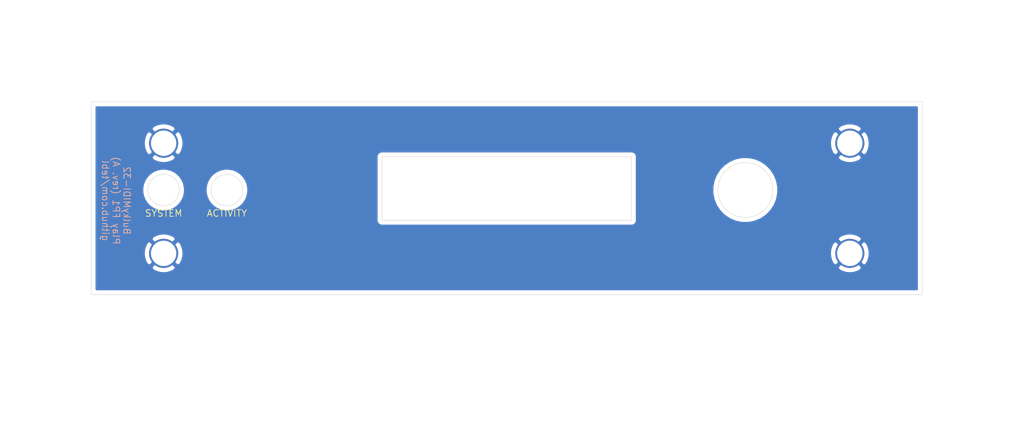
<source format=kicad_pcb>
(kicad_pcb (version 20171130) (host pcbnew "(5.1.8)-1")

  (general
    (thickness 1.6)
    (drawings 14)
    (tracks 0)
    (zones 0)
    (modules 4)
    (nets 2)
  )

  (page A4)
  (layers
    (0 F.Cu signal)
    (31 B.Cu signal)
    (32 B.Adhes user)
    (33 F.Adhes user)
    (34 B.Paste user)
    (35 F.Paste user)
    (36 B.SilkS user)
    (37 F.SilkS user)
    (38 B.Mask user)
    (39 F.Mask user)
    (40 Dwgs.User user)
    (41 Cmts.User user)
    (42 Eco1.User user)
    (43 Eco2.User user)
    (44 Edge.Cuts user)
    (45 Margin user)
    (46 B.CrtYd user)
    (47 F.CrtYd user)
    (48 B.Fab user hide)
    (49 F.Fab user)
  )

  (setup
    (last_trace_width 0.25)
    (trace_clearance 0.2)
    (zone_clearance 0.508)
    (zone_45_only no)
    (trace_min 0.2)
    (via_size 0.8)
    (via_drill 0.4)
    (via_min_size 0.4)
    (via_min_drill 0.3)
    (uvia_size 0.3)
    (uvia_drill 0.1)
    (uvias_allowed no)
    (uvia_min_size 0.2)
    (uvia_min_drill 0.1)
    (edge_width 0.05)
    (segment_width 0.2)
    (pcb_text_width 0.3)
    (pcb_text_size 1.5 1.5)
    (mod_edge_width 0.12)
    (mod_text_size 1 1)
    (mod_text_width 0.15)
    (pad_size 1.524 1.524)
    (pad_drill 0.762)
    (pad_to_mask_clearance 0)
    (aux_axis_origin 0 0)
    (grid_origin 141.09 121.579)
    (visible_elements 7FFFFFFF)
    (pcbplotparams
      (layerselection 0x011fc_ffffffff)
      (usegerberextensions true)
      (usegerberattributes false)
      (usegerberadvancedattributes false)
      (creategerberjobfile false)
      (excludeedgelayer true)
      (linewidth 0.100000)
      (plotframeref false)
      (viasonmask false)
      (mode 1)
      (useauxorigin false)
      (hpglpennumber 1)
      (hpglpenspeed 20)
      (hpglpendiameter 15.000000)
      (psnegative false)
      (psa4output false)
      (plotreference true)
      (plotvalue true)
      (plotinvisibletext false)
      (padsonsilk false)
      (subtractmaskfromsilk false)
      (outputformat 1)
      (mirror false)
      (drillshape 0)
      (scaleselection 1)
      (outputdirectory "export/"))
  )

  (net 0 "")
  (net 1 GND)

  (net_class Default "This is the default net class."
    (clearance 0.2)
    (trace_width 0.25)
    (via_dia 0.8)
    (via_drill 0.4)
    (uvia_dia 0.3)
    (uvia_drill 0.1)
  )

  (net_class PWR ""
    (clearance 0.2)
    (trace_width 0.381)
    (via_dia 0.8)
    (via_drill 0.4)
    (uvia_dia 0.3)
    (uvia_drill 0.1)
    (add_net GND)
  )

  (module mounting:M3_pin (layer F.Cu) (tedit 5F76331A) (tstamp 6282A424)
    (at 99.815 129.199)
    (descr "module 1 pin (ou trou mecanique de percage)")
    (tags DEV)
    (path /6282631C)
    (fp_text reference M1 (at 3.048 0) (layer F.Fab) hide
      (effects (font (size 1 1) (thickness 0.15)))
    )
    (fp_text value Mounting_Pin (at 0 3) (layer F.Fab) hide
      (effects (font (size 1 1) (thickness 0.15)))
    )
    (fp_circle (center 0 0) (end 2.6 0) (layer F.CrtYd) (width 0.05))
    (fp_circle (center 0 0) (end 2 0.8) (layer F.Fab) (width 0.1))
    (pad 1 thru_hole circle (at 0 0) (size 3.5 3.5) (drill 3.048) (layers *.Cu *.Mask)
      (net 1 GND) (solder_mask_margin 0.8))
  )

  (module mounting:M3_pin (layer F.Cu) (tedit 5F76331A) (tstamp 6282A42B)
    (at 182.365 129.199)
    (descr "module 1 pin (ou trou mecanique de percage)")
    (tags DEV)
    (path /62826824)
    (fp_text reference M2 (at 0 -3.048) (layer F.Fab) hide
      (effects (font (size 1 1) (thickness 0.15)))
    )
    (fp_text value Mounting_Pin (at 0 3) (layer F.Fab) hide
      (effects (font (size 1 1) (thickness 0.15)))
    )
    (fp_circle (center 0 0) (end 2 0.8) (layer F.Fab) (width 0.1))
    (fp_circle (center 0 0) (end 2.6 0) (layer F.CrtYd) (width 0.05))
    (pad 1 thru_hole circle (at 0 0) (size 3.5 3.5) (drill 3.048) (layers *.Cu *.Mask)
      (net 1 GND) (solder_mask_margin 0.8))
  )

  (module mounting:M3_pin (layer F.Cu) (tedit 5F76331A) (tstamp 6282A432)
    (at 182.365 115.949)
    (descr "module 1 pin (ou trou mecanique de percage)")
    (tags DEV)
    (path /62826D8F)
    (fp_text reference M3 (at 0 -3.048) (layer F.Fab) hide
      (effects (font (size 1 1) (thickness 0.15)))
    )
    (fp_text value Mounting_Pin (at 0 3) (layer F.Fab) hide
      (effects (font (size 1 1) (thickness 0.15)))
    )
    (fp_circle (center 0 0) (end 2.6 0) (layer F.CrtYd) (width 0.05))
    (fp_circle (center 0 0) (end 2 0.8) (layer F.Fab) (width 0.1))
    (pad 1 thru_hole circle (at 0 0) (size 3.5 3.5) (drill 3.048) (layers *.Cu *.Mask)
      (net 1 GND) (solder_mask_margin 0.8))
  )

  (module mounting:M3_pin (layer F.Cu) (tedit 5F76331A) (tstamp 6282A439)
    (at 99.815 115.949)
    (descr "module 1 pin (ou trou mecanique de percage)")
    (tags DEV)
    (path /62827110)
    (fp_text reference M4 (at 0 -3.048) (layer F.Fab) hide
      (effects (font (size 1 1) (thickness 0.15)))
    )
    (fp_text value Mounting_Pin (at 0 3) (layer F.Fab) hide
      (effects (font (size 1 1) (thickness 0.15)))
    )
    (fp_circle (center 0 0) (end 2 0.8) (layer F.Fab) (width 0.1))
    (fp_circle (center 0 0) (end 2.6 0) (layer F.CrtYd) (width 0.05))
    (pad 1 thru_hole circle (at 0 0) (size 3.5 3.5) (drill 3.048) (layers *.Cu *.Mask)
      (net 1 GND) (solder_mask_margin 0.8))
  )

  (gr_line (start 126.0913 125.2112) (end 126.0913 117.5912) (layer Edge.Cuts) (width 0.05) (tstamp 6292298E))
  (gr_line (start 156.0887 125.2112) (end 126.0913 125.2112) (layer Edge.Cuts) (width 0.05))
  (gr_line (start 156.0887 117.5912) (end 156.0887 125.2112) (layer Edge.Cuts) (width 0.05))
  (gr_line (start 126.0913 117.5912) (end 156.0887 117.5912) (layer Edge.Cuts) (width 0.05))
  (gr_circle (center 169.792 121.579) (end 173.094 121.579) (layer Edge.Cuts) (width 0.05) (tstamp 629228F6))
  (gr_text "BulkyMIDI-32\nPlay FP1 (rev. A)\ngithub.com/tebl" (at 94.1 122.849 270) (layer B.SilkS) (tstamp 6286D3C9)
    (effects (font (size 0.8 0.8) (thickness 0.1)) (justify mirror))
  )
  (gr_text ACTIVITY (at 107.435 124.373) (layer F.SilkS) (tstamp 62922779)
    (effects (font (size 0.8 0.8) (thickness 0.1)))
  )
  (gr_circle (center 107.435 121.579) (end 109.335 121.579) (layer Edge.Cuts) (width 0.05) (tstamp 62922778))
  (gr_text SYSTEM (at 99.815 124.373) (layer F.SilkS) (tstamp 62922779)
    (effects (font (size 0.8 0.8) (thickness 0.1)))
  )
  (gr_circle (center 99.815 121.579) (end 101.715 121.579) (layer Edge.Cuts) (width 0.05) (tstamp 62922778))
  (gr_line (start 191.09 110.974) (end 91.09 110.974) (layer Edge.Cuts) (width 0.05) (tstamp 6282E722))
  (gr_line (start 91.09 134.174) (end 191.09 134.174) (layer Edge.Cuts) (width 0.05) (tstamp 620DB217))
  (gr_line (start 91.09 110.974) (end 91.09 134.174) (layer Edge.Cuts) (width 0.05))
  (gr_line (start 191.09 134.174) (end 191.09 110.974) (layer Edge.Cuts) (width 0.05))

  (zone (net 1) (net_name GND) (layer B.Cu) (tstamp 0) (hatch edge 0.508)
    (connect_pads (clearance 0.508))
    (min_thickness 0.254)
    (fill yes (arc_segments 32) (thermal_gap 0.508) (thermal_bridge_width 0.508))
    (polygon
      (pts
        (xy 203.32 151.424) (xy 80.13 151.424) (xy 80.13 98.719) (xy 203.32 98.719)
      )
    )
    (filled_polygon
      (pts
        (xy 190.43 133.514) (xy 91.75 133.514) (xy 91.75 130.868609) (xy 98.324997 130.868609) (xy 98.511073 131.209766)
        (xy 98.928409 131.425513) (xy 99.379815 131.555696) (xy 99.847946 131.595313) (xy 100.314811 131.542842) (xy 100.762468 131.400297)
        (xy 101.118927 131.209766) (xy 101.305003 130.868609) (xy 180.874997 130.868609) (xy 181.061073 131.209766) (xy 181.478409 131.425513)
        (xy 181.929815 131.555696) (xy 182.397946 131.595313) (xy 182.864811 131.542842) (xy 183.312468 131.400297) (xy 183.668927 131.209766)
        (xy 183.855003 130.868609) (xy 182.365 129.378605) (xy 180.874997 130.868609) (xy 101.305003 130.868609) (xy 99.815 129.378605)
        (xy 98.324997 130.868609) (xy 91.75 130.868609) (xy 91.75 129.231946) (xy 97.418687 129.231946) (xy 97.471158 129.698811)
        (xy 97.613703 130.146468) (xy 97.804234 130.502927) (xy 98.145391 130.689003) (xy 99.635395 129.199) (xy 99.994605 129.199)
        (xy 101.484609 130.689003) (xy 101.825766 130.502927) (xy 102.041513 130.085591) (xy 102.171696 129.634185) (xy 102.205736 129.231946)
        (xy 179.968687 129.231946) (xy 180.021158 129.698811) (xy 180.163703 130.146468) (xy 180.354234 130.502927) (xy 180.695391 130.689003)
        (xy 182.185395 129.199) (xy 182.544605 129.199) (xy 184.034609 130.689003) (xy 184.375766 130.502927) (xy 184.591513 130.085591)
        (xy 184.721696 129.634185) (xy 184.761313 129.166054) (xy 184.708842 128.699189) (xy 184.566297 128.251532) (xy 184.375766 127.895073)
        (xy 184.034609 127.708997) (xy 182.544605 129.199) (xy 182.185395 129.199) (xy 180.695391 127.708997) (xy 180.354234 127.895073)
        (xy 180.138487 128.312409) (xy 180.008304 128.763815) (xy 179.968687 129.231946) (xy 102.205736 129.231946) (xy 102.211313 129.166054)
        (xy 102.158842 128.699189) (xy 102.016297 128.251532) (xy 101.825766 127.895073) (xy 101.484609 127.708997) (xy 99.994605 129.199)
        (xy 99.635395 129.199) (xy 98.145391 127.708997) (xy 97.804234 127.895073) (xy 97.588487 128.312409) (xy 97.458304 128.763815)
        (xy 97.418687 129.231946) (xy 91.75 129.231946) (xy 91.75 127.529391) (xy 98.324997 127.529391) (xy 99.815 129.019395)
        (xy 101.305003 127.529391) (xy 180.874997 127.529391) (xy 182.365 129.019395) (xy 183.855003 127.529391) (xy 183.668927 127.188234)
        (xy 183.251591 126.972487) (xy 182.800185 126.842304) (xy 182.332054 126.802687) (xy 181.865189 126.855158) (xy 181.417532 126.997703)
        (xy 181.061073 127.188234) (xy 180.874997 127.529391) (xy 101.305003 127.529391) (xy 101.118927 127.188234) (xy 100.701591 126.972487)
        (xy 100.250185 126.842304) (xy 99.782054 126.802687) (xy 99.315189 126.855158) (xy 98.867532 126.997703) (xy 98.511073 127.188234)
        (xy 98.324997 127.529391) (xy 91.75 127.529391) (xy 91.75 121.326116) (xy 97.247423 121.326116) (xy 97.247423 121.831884)
        (xy 97.346094 122.327934) (xy 97.539643 122.795204) (xy 97.820633 123.215735) (xy 98.178265 123.573367) (xy 98.598796 123.854357)
        (xy 99.066066 124.047906) (xy 99.562116 124.146577) (xy 100.067884 124.146577) (xy 100.563934 124.047906) (xy 101.031204 123.854357)
        (xy 101.451735 123.573367) (xy 101.809367 123.215735) (xy 102.090357 122.795204) (xy 102.283906 122.327934) (xy 102.382577 121.831884)
        (xy 102.382577 121.326116) (xy 104.867423 121.326116) (xy 104.867423 121.831884) (xy 104.966094 122.327934) (xy 105.159643 122.795204)
        (xy 105.440633 123.215735) (xy 105.798265 123.573367) (xy 106.218796 123.854357) (xy 106.686066 124.047906) (xy 107.182116 124.146577)
        (xy 107.687884 124.146577) (xy 108.183934 124.047906) (xy 108.651204 123.854357) (xy 109.071735 123.573367) (xy 109.429367 123.215735)
        (xy 109.710357 122.795204) (xy 109.903906 122.327934) (xy 110.002577 121.831884) (xy 110.002577 121.326116) (xy 109.903906 120.830066)
        (xy 109.710357 120.362796) (xy 109.429367 119.942265) (xy 109.071735 119.584633) (xy 108.651204 119.303643) (xy 108.183934 119.110094)
        (xy 107.687884 119.011423) (xy 107.182116 119.011423) (xy 106.686066 119.110094) (xy 106.218796 119.303643) (xy 105.798265 119.584633)
        (xy 105.440633 119.942265) (xy 105.159643 120.362796) (xy 104.966094 120.830066) (xy 104.867423 121.326116) (xy 102.382577 121.326116)
        (xy 102.283906 120.830066) (xy 102.090357 120.362796) (xy 101.809367 119.942265) (xy 101.451735 119.584633) (xy 101.031204 119.303643)
        (xy 100.563934 119.110094) (xy 100.067884 119.011423) (xy 99.562116 119.011423) (xy 99.066066 119.110094) (xy 98.598796 119.303643)
        (xy 98.178265 119.584633) (xy 97.820633 119.942265) (xy 97.539643 120.362796) (xy 97.346094 120.830066) (xy 97.247423 121.326116)
        (xy 91.75 121.326116) (xy 91.75 117.618609) (xy 98.324997 117.618609) (xy 98.511073 117.959766) (xy 98.928409 118.175513)
        (xy 99.379815 118.305696) (xy 99.847946 118.345313) (xy 100.314811 118.292842) (xy 100.762468 118.150297) (xy 101.118927 117.959766)
        (xy 101.305003 117.618609) (xy 101.277595 117.5912) (xy 125.428107 117.5912) (xy 125.431301 117.623629) (xy 125.4313 125.178781)
        (xy 125.428107 125.2112) (xy 125.44085 125.340583) (xy 125.47859 125.464993) (xy 125.539875 125.57965) (xy 125.622352 125.680148)
        (xy 125.72285 125.762625) (xy 125.837507 125.82391) (xy 125.961917 125.86165) (xy 126.0913 125.874393) (xy 126.123719 125.8712)
        (xy 156.056281 125.8712) (xy 156.0887 125.874393) (xy 156.121119 125.8712) (xy 156.218083 125.86165) (xy 156.342493 125.82391)
        (xy 156.45715 125.762625) (xy 156.557648 125.680148) (xy 156.640125 125.57965) (xy 156.70141 125.464993) (xy 156.73915 125.340583)
        (xy 156.751893 125.2112) (xy 156.7487 125.178781) (xy 156.7487 121.188696) (xy 165.829174 121.188696) (xy 165.829174 121.969304)
        (xy 165.981464 122.734914) (xy 166.28019 123.456102) (xy 166.713872 124.105154) (xy 167.265846 124.657128) (xy 167.914898 125.09081)
        (xy 168.636086 125.389536) (xy 169.401696 125.541826) (xy 170.182304 125.541826) (xy 170.947914 125.389536) (xy 171.669102 125.09081)
        (xy 172.318154 124.657128) (xy 172.870128 124.105154) (xy 173.30381 123.456102) (xy 173.602536 122.734914) (xy 173.754826 121.969304)
        (xy 173.754826 121.188696) (xy 173.602536 120.423086) (xy 173.30381 119.701898) (xy 172.870128 119.052846) (xy 172.318154 118.500872)
        (xy 171.669102 118.06719) (xy 170.947914 117.768464) (xy 170.194546 117.618609) (xy 180.874997 117.618609) (xy 181.061073 117.959766)
        (xy 181.478409 118.175513) (xy 181.929815 118.305696) (xy 182.397946 118.345313) (xy 182.864811 118.292842) (xy 183.312468 118.150297)
        (xy 183.668927 117.959766) (xy 183.855003 117.618609) (xy 182.365 116.128605) (xy 180.874997 117.618609) (xy 170.194546 117.618609)
        (xy 170.182304 117.616174) (xy 169.401696 117.616174) (xy 168.636086 117.768464) (xy 167.914898 118.06719) (xy 167.265846 118.500872)
        (xy 166.713872 119.052846) (xy 166.28019 119.701898) (xy 165.981464 120.423086) (xy 165.829174 121.188696) (xy 156.7487 121.188696)
        (xy 156.7487 117.623619) (xy 156.751893 117.5912) (xy 156.73915 117.461817) (xy 156.70141 117.337407) (xy 156.640125 117.22275)
        (xy 156.557648 117.122252) (xy 156.45715 117.039775) (xy 156.342493 116.97849) (xy 156.218083 116.94075) (xy 156.121119 116.9312)
        (xy 156.0887 116.928007) (xy 156.056281 116.9312) (xy 126.123719 116.9312) (xy 126.0913 116.928007) (xy 126.058881 116.9312)
        (xy 125.961917 116.94075) (xy 125.837507 116.97849) (xy 125.72285 117.039775) (xy 125.622352 117.122252) (xy 125.539875 117.22275)
        (xy 125.47859 117.337407) (xy 125.44085 117.461817) (xy 125.428107 117.5912) (xy 101.277595 117.5912) (xy 99.815 116.128605)
        (xy 98.324997 117.618609) (xy 91.75 117.618609) (xy 91.75 115.981946) (xy 97.418687 115.981946) (xy 97.471158 116.448811)
        (xy 97.613703 116.896468) (xy 97.804234 117.252927) (xy 98.145391 117.439003) (xy 99.635395 115.949) (xy 99.994605 115.949)
        (xy 101.484609 117.439003) (xy 101.825766 117.252927) (xy 102.041513 116.835591) (xy 102.171696 116.384185) (xy 102.205736 115.981946)
        (xy 179.968687 115.981946) (xy 180.021158 116.448811) (xy 180.163703 116.896468) (xy 180.354234 117.252927) (xy 180.695391 117.439003)
        (xy 182.185395 115.949) (xy 182.544605 115.949) (xy 184.034609 117.439003) (xy 184.375766 117.252927) (xy 184.591513 116.835591)
        (xy 184.721696 116.384185) (xy 184.761313 115.916054) (xy 184.708842 115.449189) (xy 184.566297 115.001532) (xy 184.375766 114.645073)
        (xy 184.034609 114.458997) (xy 182.544605 115.949) (xy 182.185395 115.949) (xy 180.695391 114.458997) (xy 180.354234 114.645073)
        (xy 180.138487 115.062409) (xy 180.008304 115.513815) (xy 179.968687 115.981946) (xy 102.205736 115.981946) (xy 102.211313 115.916054)
        (xy 102.158842 115.449189) (xy 102.016297 115.001532) (xy 101.825766 114.645073) (xy 101.484609 114.458997) (xy 99.994605 115.949)
        (xy 99.635395 115.949) (xy 98.145391 114.458997) (xy 97.804234 114.645073) (xy 97.588487 115.062409) (xy 97.458304 115.513815)
        (xy 97.418687 115.981946) (xy 91.75 115.981946) (xy 91.75 114.279391) (xy 98.324997 114.279391) (xy 99.815 115.769395)
        (xy 101.305003 114.279391) (xy 180.874997 114.279391) (xy 182.365 115.769395) (xy 183.855003 114.279391) (xy 183.668927 113.938234)
        (xy 183.251591 113.722487) (xy 182.800185 113.592304) (xy 182.332054 113.552687) (xy 181.865189 113.605158) (xy 181.417532 113.747703)
        (xy 181.061073 113.938234) (xy 180.874997 114.279391) (xy 101.305003 114.279391) (xy 101.118927 113.938234) (xy 100.701591 113.722487)
        (xy 100.250185 113.592304) (xy 99.782054 113.552687) (xy 99.315189 113.605158) (xy 98.867532 113.747703) (xy 98.511073 113.938234)
        (xy 98.324997 114.279391) (xy 91.75 114.279391) (xy 91.75 111.634) (xy 190.430001 111.634)
      )
    )
  )
)

</source>
